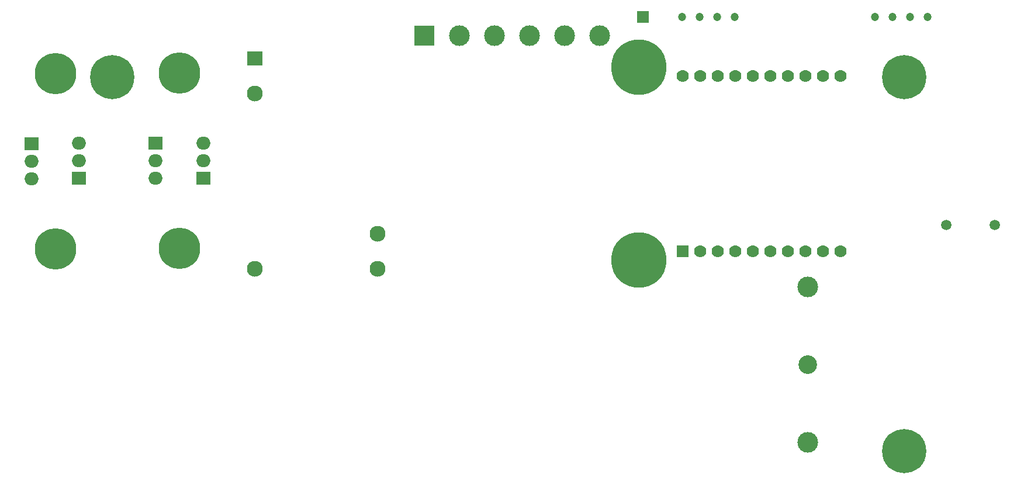
<source format=gbr>
%TF.GenerationSoftware,KiCad,Pcbnew,(7.0.0)*%
%TF.CreationDate,2024-01-27T17:52:15+01:00*%
%TF.ProjectId,bed-smart-plug,6265642d-736d-4617-9274-2d706c75672e,rev?*%
%TF.SameCoordinates,Original*%
%TF.FileFunction,Soldermask,Bot*%
%TF.FilePolarity,Negative*%
%FSLAX46Y46*%
G04 Gerber Fmt 4.6, Leading zero omitted, Abs format (unit mm)*
G04 Created by KiCad (PCBNEW (7.0.0)) date 2024-01-27 17:52:15*
%MOMM*%
%LPD*%
G01*
G04 APERTURE LIST*
%ADD10C,6.000000*%
%ADD11C,6.400000*%
%ADD12C,8.000000*%
%ADD13C,2.700000*%
%ADD14C,3.000000*%
%ADD15O,2.000000X1.905000*%
%ADD16R,2.000000X1.905000*%
%ADD17R,1.700000X1.700000*%
%ADD18R,1.778000X1.778000*%
%ADD19C,1.778000*%
%ADD20C,1.200000*%
%ADD21R,2.300000X2.000000*%
%ADD22C,2.300000*%
%ADD23C,1.500000*%
%ADD24R,3.000000X3.000000*%
G04 APERTURE END LIST*
D10*
%TO.C,HS1*%
X78995000Y-56660000D03*
X78995000Y-82060000D03*
%TD*%
D11*
%TO.C,*%
X201975000Y-57175000D03*
%TD*%
D12*
%TO.C,*%
X163485000Y-83700000D03*
%TD*%
D13*
%TO.C,F1*%
X187960000Y-98880000D03*
D14*
X187960000Y-110130000D03*
X187960000Y-87630000D03*
%TD*%
D11*
%TO.C,*%
X87225000Y-57175000D03*
%TD*%
D15*
%TO.C,Q3*%
X93514999Y-71839999D03*
X93514999Y-69299999D03*
D16*
X93514999Y-66759999D03*
%TD*%
D12*
%TO.C,*%
X163485000Y-55760000D03*
%TD*%
D17*
%TO.C,AE1*%
X164099999Y-48499999D03*
%TD*%
D18*
%TO.C,U1*%
X169834999Y-82429999D03*
D19*
X172375000Y-82430000D03*
X174915000Y-82430000D03*
X177455000Y-82430000D03*
X179995000Y-82430000D03*
X182535000Y-82430000D03*
X185075000Y-82430000D03*
X187615000Y-82430000D03*
X190155000Y-82430000D03*
X192695000Y-82430000D03*
X192695000Y-57030000D03*
X190155000Y-57030000D03*
X187615000Y-57030000D03*
X185075000Y-57030000D03*
X182535000Y-57030000D03*
X179995000Y-57030000D03*
X177455000Y-57030000D03*
X174915000Y-57030000D03*
X172375000Y-57030000D03*
X169835000Y-57030000D03*
%TD*%
D15*
%TO.C,Q4*%
X100449999Y-66749999D03*
X100449999Y-69289999D03*
D16*
X100449999Y-71829999D03*
%TD*%
D20*
%TO.C,U2*%
X169780000Y-48500000D03*
X172320000Y-48500000D03*
X174860000Y-48500000D03*
X177400000Y-48500000D03*
X197720000Y-48500000D03*
X200260000Y-48500000D03*
X202800000Y-48500000D03*
X205340000Y-48500000D03*
%TD*%
D21*
%TO.C,PS1*%
X107899999Y-54519999D03*
D22*
X107900000Y-59600000D03*
X107900000Y-85000000D03*
X125680000Y-85000000D03*
X125680000Y-79920000D03*
%TD*%
D23*
%TO.C,J1*%
X215063000Y-78620000D03*
X208063000Y-78620000D03*
%TD*%
D24*
%TO.C,J2*%
X132479999Y-51199999D03*
D14*
X137560000Y-51200000D03*
X142640000Y-51200000D03*
X147720000Y-51200000D03*
X152800000Y-51200000D03*
X157880000Y-51200000D03*
%TD*%
D10*
%TO.C,HS2*%
X97000000Y-82000000D03*
X97000000Y-56600000D03*
%TD*%
D11*
%TO.C,*%
X201975000Y-111425000D03*
%TD*%
D16*
%TO.C,Q2*%
X82444999Y-71889999D03*
D15*
X82444999Y-69349999D03*
X82444999Y-66809999D03*
%TD*%
D16*
%TO.C,Q1*%
X75509999Y-66819999D03*
D15*
X75509999Y-69359999D03*
X75509999Y-71899999D03*
%TD*%
M02*

</source>
